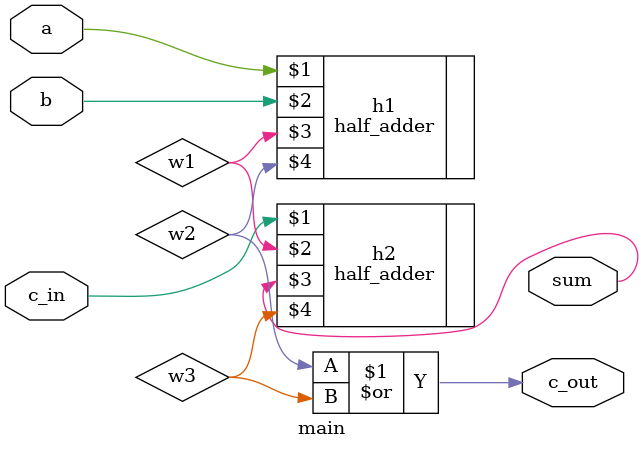
<source format=v>
module main(c_in, a, b, sum, c_out);
input c_in, a, b;
output sum, c_out;

wire w1, w2, w3;

half_adder h1(a, b, w1, w2);
half_adder h2(c_in, w1, sum, w3);
assign c_out = w2 | w3;
endmodule
</source>
